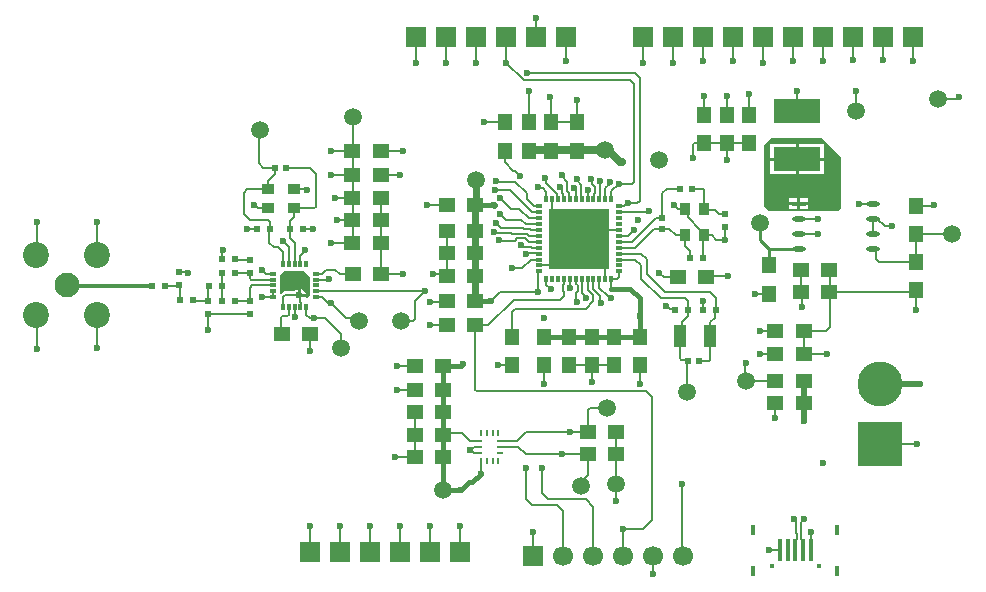
<source format=gtl>
G04*
G04 #@! TF.GenerationSoftware,Altium Limited,Altium Designer,22.11.1 (43)*
G04*
G04 Layer_Physical_Order=1*
G04 Layer_Color=255*
%FSLAX44Y44*%
%MOMM*%
G71*
G04*
G04 #@! TF.SameCoordinates,6325C8D2-15E4-4679-A439-48E371F70F26*
G04*
G04*
G04 #@! TF.FilePolarity,Positive*
G04*
G01*
G75*
%ADD13C,0.2000*%
%ADD14C,0.2500*%
%ADD15C,0.1270*%
%ADD22R,1.4000X1.2500*%
%ADD23R,0.4000X1.8500*%
%ADD24R,0.5500X0.3000*%
%ADD25R,0.5000X0.3000*%
%ADD26R,0.3000X0.5000*%
%ADD27R,0.3000X0.5500*%
%ADD28R,5.2000X5.2000*%
%ADD29R,1.1500X0.4300*%
%ADD30O,1.1500X0.4300*%
%ADD31R,1.2500X1.4000*%
%ADD32R,0.4750X0.2500*%
%ADD33R,0.2500X0.4750*%
%ADD34R,0.9000X1.0000*%
%ADD35R,0.9000X1.0000*%
%ADD36R,1.0000X0.9000*%
%ADD37R,1.0000X0.9000*%
%ADD38R,1.1000X1.9000*%
%ADD39R,4.0000X2.0000*%
%ADD65R,0.5000X0.5000*%
%ADD66R,0.5000X0.5000*%
%ADD79C,1.5000*%
%ADD80R,0.6200X0.5700*%
%ADD81R,0.5700X0.6200*%
%ADD82C,0.3362*%
%ADD83C,0.4000*%
%ADD84C,0.7000*%
%ADD85C,0.6000*%
%ADD86C,0.5000*%
%ADD87C,2.1000*%
%ADD88C,2.2000*%
%ADD89R,1.7000X1.7000*%
%ADD90R,1.8000X1.8000*%
%ADD91C,1.7000*%
%ADD92R,3.8100X3.8100*%
%ADD93C,3.8100*%
%ADD94C,0.4000*%
G04:AMPARAMS|DCode=95|XSize=0.9mm|YSize=0.3mm|CornerRadius=0.075mm|HoleSize=0mm|Usage=FLASHONLY|Rotation=270.000|XOffset=0mm|YOffset=0mm|HoleType=Round|Shape=RoundedRectangle|*
%AMROUNDEDRECTD95*
21,1,0.9000,0.1500,0,0,270.0*
21,1,0.7500,0.3000,0,0,270.0*
1,1,0.1500,-0.0750,-0.3750*
1,1,0.1500,-0.0750,0.3750*
1,1,0.1500,0.0750,0.3750*
1,1,0.1500,0.0750,-0.3750*
%
%ADD95ROUNDEDRECTD95*%
%ADD96C,0.6000*%
G36*
X591820Y521970D02*
Y506730D01*
X589227Y504137D01*
X588150Y504856D01*
X588400Y505460D01*
X582930D01*
Y506730D01*
X581660D01*
Y512200D01*
X579792Y511427D01*
X578408Y510043D01*
X570738D01*
X569567Y509810D01*
X568575Y509147D01*
X567690Y508262D01*
X566420Y508788D01*
Y523240D01*
X570230Y527050D01*
X586740D01*
X591820Y521970D01*
D02*
G37*
G36*
X1041400Y623570D02*
Y580390D01*
X1038860Y577850D01*
X980440D01*
X976630Y581660D01*
Y633730D01*
X982980Y640080D01*
X1024890D01*
X1041400Y623570D01*
D02*
G37*
%LPC*%
G36*
X584200Y512200D02*
Y508000D01*
X588400D01*
X587627Y509868D01*
X586068Y511427D01*
X584200Y512200D01*
D02*
G37*
G36*
X1027110Y634660D02*
X1005840D01*
Y623390D01*
X1027110D01*
Y634660D01*
D02*
G37*
G36*
X1003300D02*
X982030D01*
Y623390D01*
X1003300D01*
Y634660D01*
D02*
G37*
G36*
X1027110Y620850D02*
X1005840D01*
Y609580D01*
X1027110D01*
Y620850D01*
D02*
G37*
G36*
X1003300D02*
X982030D01*
Y609580D01*
X1003300D01*
Y620850D01*
D02*
G37*
G36*
X1014130Y588890D02*
X1007110D01*
Y585470D01*
X1014130D01*
Y588890D01*
D02*
G37*
G36*
X1004570D02*
X997550D01*
Y585470D01*
X1004570D01*
Y588890D01*
D02*
G37*
G36*
X1014130Y582930D02*
X1007110D01*
Y579510D01*
X1014130D01*
Y582930D01*
D02*
G37*
G36*
X1004570D02*
X997550D01*
Y579510D01*
X1004570D01*
Y582930D01*
D02*
G37*
%LPD*%
D13*
X853840Y577450D02*
X878440D01*
X878840Y577850D01*
X745490Y501650D02*
X753110Y509270D01*
X784860D01*
X548640Y618490D02*
Y645160D01*
X549910Y646430D01*
X548640Y618490D02*
X552450Y614680D01*
X562610D01*
X595630Y580390D02*
X596900Y581660D01*
X578260Y580390D02*
X595630D01*
X596900Y581660D02*
Y609600D01*
X591820Y614680D02*
X596900Y609600D01*
X572210Y614680D02*
X591820D01*
X789940Y431800D02*
Y447740D01*
X788670Y339090D02*
Y360680D01*
Y339090D02*
X793750Y334010D01*
X825500D01*
X831850Y327660D01*
X774700Y334010D02*
X779780Y328930D01*
X801370D02*
X806450Y323850D01*
X779780Y328930D02*
X801370D01*
X831850Y285750D02*
Y327660D01*
X857250Y308610D02*
X873760D01*
X881380Y316230D01*
Y420397D01*
X876327Y425450D02*
X881380Y420397D01*
X732090Y426622D02*
Y481330D01*
Y426622D02*
X733262Y425450D01*
X876327D01*
X871220Y431450D02*
Y447740D01*
X751490D02*
X763270D01*
X806450Y285750D02*
Y323850D01*
X774700Y334010D02*
Y360680D01*
X897122Y495530D02*
X899360D01*
X893730Y497840D02*
X894812D01*
X899360Y495530D02*
X900860Y494030D01*
X894812Y497840D02*
X897122Y495530D01*
X909320Y504190D02*
X911860Y501650D01*
X930910Y509270D02*
X935560Y504620D01*
X892810Y509270D02*
X930910D01*
X872490Y520700D02*
X889000Y504190D01*
X877570Y524510D02*
X892810Y509270D01*
X889000Y504190D02*
X909320D01*
X910590Y424180D02*
X911365Y424955D01*
X877570Y524510D02*
Y537210D01*
X907415Y286385D02*
X908050Y285750D01*
X906780Y346710D02*
X907415Y346075D01*
Y286385D02*
Y346075D01*
X792190Y515910D02*
Y520800D01*
Y515910D02*
X796290Y511810D01*
X763270Y529590D02*
X771471D01*
X778932Y537050D02*
X785940D01*
X771471Y529590D02*
X778932Y537050D01*
X1104900Y558800D02*
X1135380D01*
X867410Y694690D02*
X871220Y690880D01*
X775970Y694690D02*
X867410D01*
X863250Y688690D02*
X866140Y685800D01*
X758190Y703580D02*
X773080Y688690D01*
X863250D01*
X866140Y602459D02*
Y685800D01*
X871220Y586740D02*
Y690880D01*
X869293Y584813D02*
X871220Y586740D01*
X861207Y584813D02*
X869293D01*
X864968Y601287D02*
X866140Y602459D01*
X853746Y601287D02*
X864968D01*
X857250Y285750D02*
Y308610D01*
X574040Y490220D02*
Y496900D01*
X579040D02*
X579450Y496490D01*
X572770Y488950D02*
X574040Y490220D01*
X568862Y488950D02*
X572770D01*
X579450Y489175D02*
X579861Y488765D01*
X579450Y489175D02*
Y496490D01*
X567690Y487778D02*
X568862Y488950D01*
X567690Y474410D02*
X568390Y473710D01*
X567690Y474410D02*
Y487778D01*
X574040Y533400D02*
Y547370D01*
X568960Y552450D02*
X574040Y547370D01*
X561340D02*
X565150D01*
X569040Y543480D01*
Y533400D02*
Y543480D01*
X575310Y554990D02*
X579040Y551260D01*
X575310Y554990D02*
Y562190D01*
X579040Y533400D02*
Y551260D01*
X556260Y570230D02*
X557950Y568540D01*
Y562610D02*
Y568540D01*
X541020Y570230D02*
X556260D01*
X535940Y575310D02*
Y593090D01*
Y575310D02*
X541020Y570230D01*
X539240Y596390D02*
X556260D01*
X535940Y593090D02*
X539240Y596390D01*
X556260D02*
Y603250D01*
X562610Y609600D02*
Y614680D01*
X556260Y603250D02*
X562610Y609600D01*
X548260Y580390D02*
X556260D01*
X545720Y582930D02*
X548260Y580390D01*
X544830Y582930D02*
X545720D01*
X557530Y551180D02*
X561340Y547370D01*
X557530Y551180D02*
Y562190D01*
X557950Y562610D01*
X574890Y569810D02*
X578260Y573180D01*
Y580390D01*
X574890Y562610D02*
Y569810D01*
Y562610D02*
X575310Y562190D01*
X628080Y589280D02*
X628080Y589280D01*
X613410Y589280D02*
X628080D01*
X628650Y570230D02*
Y589280D01*
Y608330D01*
X614680Y570230D02*
X628080D01*
X628080Y570230D01*
X628650Y628650D02*
Y657860D01*
Y608330D02*
Y628650D01*
Y551750D02*
Y570230D01*
X584040Y533400D02*
Y540315D01*
X588010Y544285D01*
Y544830D01*
X469475Y514775D02*
X480905D01*
X469050Y514350D02*
X469475Y514775D01*
X480905D02*
X481330Y515200D01*
X481755Y514775D01*
Y503345D02*
X482180Y502920D01*
X481755Y503345D02*
Y514775D01*
X493815Y502285D02*
X504825D01*
X505460Y501650D01*
X493180Y502920D02*
X493815Y502285D01*
X505885Y502075D02*
Y513925D01*
X506310Y514350D01*
X505460Y501650D02*
X505885Y502075D01*
X528740Y537210D02*
X529165Y536785D01*
X540595D02*
X541020Y536360D01*
X529165Y536785D02*
X540595D01*
X528740Y525780D02*
X528950Y525570D01*
X540810D02*
X541020Y525360D01*
X528950Y525570D02*
X540810D01*
X517525Y514565D02*
Y525565D01*
X517310Y514350D02*
X517525Y514565D01*
Y525565D02*
X517740Y525780D01*
X517525Y501865D02*
X517740Y501650D01*
X517525Y501865D02*
Y514135D01*
X517310Y514350D02*
X517525Y514135D01*
X528740Y501650D02*
X541020D01*
Y513080D02*
X543090Y515150D01*
X560790D01*
X541020Y501650D02*
Y513080D01*
X542192Y520150D02*
X560790D01*
X541020Y521322D02*
X542192Y520150D01*
X541020Y521322D02*
Y525360D01*
X555290Y525211D02*
X560729D01*
X552181Y528320D02*
X555290Y525211D01*
X551180Y528320D02*
X552181D01*
X560729Y525211D02*
X560790Y525150D01*
X943610Y553720D02*
Y564730D01*
Y553720D02*
X943610Y553720D01*
X922330Y559330D02*
X924980Y556680D01*
X1032510Y480060D02*
Y509270D01*
Y527620D01*
X916015Y622650D02*
Y634178D01*
X917186Y635350D02*
X925480D01*
X916015Y634178D02*
X917186Y635350D01*
X900430Y582549D02*
Y582930D01*
X903449Y579530D02*
X909830D01*
X900430Y582549D02*
X903449Y579530D01*
X911365Y424955D02*
Y450075D01*
X912140Y450850D01*
X811690Y588800D02*
X812190Y588300D01*
X815832Y596408D02*
X817190Y595050D01*
X803832Y597574D02*
Y598657D01*
Y597574D02*
X805832Y595574D01*
Y593349D02*
Y595574D01*
X837873Y592475D02*
Y603288D01*
X809832Y595005D02*
X811690Y593147D01*
X805180Y607629D02*
X809832Y602977D01*
X815832Y596408D02*
Y597491D01*
X806690Y588800D02*
Y592490D01*
X830878Y601414D02*
X833832Y598460D01*
Y593490D02*
Y598460D01*
X818113Y604111D02*
X821832Y600392D01*
X801690Y588800D02*
X802190Y588300D01*
X830878Y601414D02*
Y604468D01*
X801690Y588800D02*
Y592313D01*
X821832Y588658D02*
Y600392D01*
X837190Y588300D02*
X837690Y588800D01*
X827511Y595654D02*
X827832Y595975D01*
X806690Y588800D02*
X807190Y588300D01*
X817190D02*
Y595050D01*
X832690Y588800D02*
Y592348D01*
X805832Y593349D02*
X806690Y592490D01*
X811690Y588800D02*
Y593147D01*
X827511Y588621D02*
Y595654D01*
X792281Y601722D02*
X801690Y592313D01*
X821832Y588658D02*
X822190Y588300D01*
X837690Y592293D02*
X837873Y592475D01*
X827190Y588300D02*
X827511Y588621D01*
X792281Y601722D02*
Y605535D01*
X832690Y592348D02*
X833832Y593490D01*
X809832Y595005D02*
Y602977D01*
X837690Y588800D02*
Y592293D01*
X818113Y604111D02*
Y605159D01*
X609600Y500380D02*
X622353Y487627D01*
X631243D02*
X633730Y485140D01*
X622353Y487627D02*
X631243D01*
X618490Y462280D02*
Y473710D01*
X604520Y487680D02*
X618490Y473710D01*
X595630Y487680D02*
X604520D01*
X689415Y510345D02*
X689610Y510540D01*
X680720Y501650D02*
X689415Y510345D01*
X669290Y485140D02*
X679450D01*
X680720Y486410D01*
Y501650D01*
X597485Y510345D02*
X689415D01*
X696042Y524510D02*
X706820D01*
X708090Y523240D01*
X597290Y510150D02*
X597485Y510345D01*
X707710Y501270D02*
X708090Y501650D01*
X693420Y501270D02*
X707710D01*
X652650Y524510D02*
X670560D01*
X765970Y603079D02*
X775970Y593079D01*
X750076Y603079D02*
X765970D01*
X764262Y612007D02*
X765517D01*
X749310Y603844D02*
X750076Y603079D01*
X756920Y619350D02*
X764262Y612007D01*
X765517D02*
X769840Y607685D01*
X749172Y595845D02*
X761395D01*
X780190Y577050D01*
X775970Y588575D02*
Y593079D01*
Y588575D02*
X781995Y582550D01*
X756920Y619350D02*
Y629350D01*
X753270Y588975D02*
X762115Y580130D01*
X769126D01*
X777205Y572050D01*
X753270Y575422D02*
X757839Y570853D01*
X770999D01*
X774802Y567050D01*
X591820Y487680D02*
X595630D01*
X589040Y490460D02*
Y496900D01*
Y490460D02*
X591820Y487680D01*
X607060Y500380D02*
X609600D01*
X597290Y505150D02*
X602290D01*
X607060Y500380D01*
X748424Y559880D02*
X762284D01*
X763114Y559050D02*
X775892D01*
X773146Y563050D02*
X778376D01*
X753966Y563880D02*
X772316D01*
X771972Y549050D02*
X773595Y547427D01*
X765473Y552979D02*
X767545Y555050D01*
X770890Y549050D02*
X771972D01*
X774802Y567050D02*
X785940D01*
X773595Y547427D02*
X779313D01*
X767545Y555050D02*
X774235D01*
X762284Y559880D02*
X763114Y559050D01*
X772316Y563880D02*
X773146Y563050D01*
X778376D02*
X779376Y562050D01*
X774235Y555050D02*
X777235Y552050D01*
X775892Y559050D02*
X777892Y557050D01*
X777205Y572050D02*
X785940D01*
X780190Y577050D02*
X785940D01*
X785440Y582550D02*
X785940Y582050D01*
X781995Y582550D02*
X785440D01*
X749455Y568390D02*
X753966Y563880D01*
X747724Y560580D02*
X748424Y559880D01*
X1010030Y316418D02*
Y317500D01*
X785440Y546550D02*
X785940Y547050D01*
X1008030Y314418D02*
X1010030Y316418D01*
X1008500Y291830D02*
X1009500Y290830D01*
X1008030Y306814D02*
Y314418D01*
Y306814D02*
X1008250Y306594D01*
Y300252D02*
X1008500Y300002D01*
Y291830D02*
Y300002D01*
X1008250Y300252D02*
Y306594D01*
X779313Y547427D02*
X780190Y546550D01*
X785440D01*
X1002030Y316418D02*
X1004030Y314418D01*
Y305157D02*
Y314418D01*
Y305157D02*
X1004250Y304937D01*
X1002030Y316418D02*
Y317500D01*
X1004250Y300252D02*
Y304937D01*
X1004000Y300002D02*
X1004250Y300252D01*
X1004000Y291830D02*
Y300002D01*
X1003000Y290830D02*
X1004000Y291830D01*
X777995Y542550D02*
X785440D01*
X777638Y542193D02*
X777995Y542550D01*
X775589Y542193D02*
X777638D01*
X785440Y542550D02*
X785940Y542050D01*
X774824Y541427D02*
X775589Y542193D01*
X707390Y703580D02*
Y725170D01*
X681990Y703580D02*
Y725170D01*
X752581Y552979D02*
X765473D01*
X751840Y553720D02*
X752581Y552979D01*
X779376Y562050D02*
X785940D01*
X777235Y552050D02*
X785940D01*
X777892Y557050D02*
X785940D01*
X785900Y527050D02*
X785940D01*
X785400Y509810D02*
Y526550D01*
X785900Y527050D01*
X784860Y509270D02*
X785400Y509810D01*
X817630Y502131D02*
Y506648D01*
X817015Y507263D02*
Y508920D01*
X817630Y502131D02*
X818395Y501365D01*
X825540Y495365D02*
X831880Y501705D01*
X763270Y492760D02*
X765875Y495365D01*
X817015Y507263D02*
X817630Y506648D01*
X765875Y495365D02*
X825540D01*
X817015Y508920D02*
X818690Y510595D01*
X774700Y391160D02*
X811530D01*
X811963Y390727D01*
X811530Y391160D02*
X827470D01*
X846008Y504190D02*
X847090D01*
X844400Y505798D02*
X846008Y504190D01*
X837190Y512820D02*
X844212Y505798D01*
X844400D01*
X847190Y512189D02*
Y520800D01*
X837973Y500607D02*
Y506380D01*
Y500607D02*
X838200Y500380D01*
X832190Y512163D02*
X837973Y506380D01*
X822690Y508462D02*
Y520300D01*
Y508462D02*
X825880Y505272D01*
Y504190D02*
Y505272D01*
X831880Y501705D02*
Y506720D01*
X827190Y511410D02*
X831880Y506720D01*
X832190Y512163D02*
Y520800D01*
X837190Y512820D02*
Y520800D01*
X668020Y289560D02*
Y311150D01*
X591820Y289560D02*
Y311150D01*
X617220Y289560D02*
Y311150D01*
X642620Y289560D02*
Y311150D01*
X693420Y289560D02*
Y311150D01*
X718820Y289560D02*
Y311150D01*
X785625Y597405D02*
X789435D01*
X784860Y598170D02*
X785625Y597405D01*
X789435D02*
X792190Y594650D01*
Y588300D02*
Y594650D01*
X791516Y606300D02*
X792281Y605535D01*
X805180Y607629D02*
Y608330D01*
X853440Y577050D02*
X853840Y577450D01*
X884910Y572490D02*
X890270D01*
X864470Y552050D02*
X884910Y572490D01*
X861301Y557050D02*
X866092Y561842D01*
Y562158D01*
X853440Y552050D02*
X864470D01*
X853440Y557050D02*
X861301D01*
X858431Y582050D02*
X861194Y584813D01*
X861207D01*
X944880Y621030D02*
Y635700D01*
Y621030D02*
X944880Y621030D01*
X925480Y635350D02*
X925830Y635700D01*
X847140Y594869D02*
X853559Y601287D01*
X853746D01*
X830113Y605233D02*
X830878Y604468D01*
X609600Y628650D02*
X609600Y628650D01*
Y608330D02*
X628080D01*
X609600Y608330D02*
X609600Y608330D01*
X652080D02*
X668020D01*
X1076960Y706120D02*
Y724620D01*
X1102360Y704850D02*
Y723350D01*
X899160Y703580D02*
Y722080D01*
X1026160Y704850D02*
Y723350D01*
X1000760Y704850D02*
Y723350D01*
X1051560Y706120D02*
Y724620D01*
X949960Y704850D02*
Y723350D01*
X975360Y703580D02*
Y722080D01*
X924560Y704850D02*
Y723350D01*
X873760Y703580D02*
Y722080D01*
X808990Y704850D02*
Y725170D01*
X758190Y703580D02*
Y725170D01*
X732790Y703580D02*
Y725170D01*
X1004570Y663120D02*
Y679450D01*
X944880Y659700D02*
Y675640D01*
X963930Y659700D02*
Y676910D01*
X944880Y675640D02*
X944880Y675640D01*
X963930Y676910D02*
X963930Y676910D01*
X832190Y588300D02*
X832690Y588800D01*
X845820Y601288D02*
Y602370D01*
X842190Y597658D02*
X845820Y601288D01*
X842190Y588300D02*
Y597658D01*
X847140Y588350D02*
Y594869D01*
Y588350D02*
X847190Y588300D01*
X853440Y582050D02*
X858431D01*
X887730Y525780D02*
X891540Y521970D01*
X903670D01*
X890270Y562890D02*
X896340D01*
X853440Y547050D02*
X867262D01*
X883102Y562890D01*
X890270D01*
X806690Y510595D02*
X807190Y510095D01*
X806690Y515565D02*
X807190Y516065D01*
Y520800D01*
X817690Y516565D02*
X818690Y515565D01*
X817690Y516565D02*
Y520300D01*
X818690Y510595D02*
Y515565D01*
X803910Y502920D02*
X807190Y506200D01*
Y510095D01*
X806690Y510595D02*
Y515565D01*
X817190Y520800D02*
X817690Y520300D01*
X822190Y520800D02*
X822690Y520300D01*
X812440Y513330D02*
X812690Y513080D01*
X812440Y513330D02*
Y520550D01*
X812190Y520800D02*
X812440Y520550D01*
X764540Y502920D02*
X803910D01*
X742950Y481330D02*
X764540Y502920D01*
X763270Y471740D02*
Y492760D01*
X732090Y481330D02*
X742950D01*
X827190Y511410D02*
Y520800D01*
X805180Y372110D02*
X827470D01*
X774700D02*
X805180D01*
X829310Y411480D02*
X843280D01*
X827470Y409640D02*
X829310Y411480D01*
X827470Y391160D02*
Y409640D01*
X821690Y348729D02*
X827470Y354509D01*
Y372110D01*
X821690Y345440D02*
Y348729D01*
X827470Y372110D02*
X827470Y372110D01*
X768350Y378460D02*
X774700Y372110D01*
X753345Y378460D02*
X768350D01*
X767000Y383460D02*
X774700Y391160D01*
X753345Y383460D02*
X767000D01*
X827470Y391160D02*
X827470Y391160D01*
X853440Y537050D02*
X867570D01*
X872490Y520700D02*
Y532130D01*
X867570Y537050D02*
X872490Y532130D01*
X872730Y542050D02*
X877570Y537210D01*
X853440Y542050D02*
X872730D01*
X911860Y494030D02*
Y501650D01*
X935560Y494030D02*
Y504620D01*
X924560Y494030D02*
Y501650D01*
X927670Y521970D02*
X928940Y523240D01*
X946150D01*
X906777Y473707D02*
Y483768D01*
X905510Y472440D02*
X906777Y473707D01*
Y483768D02*
X911860Y488852D01*
Y494030D01*
X930808Y472738D02*
Y483768D01*
X930510Y472440D02*
X930808Y472738D01*
X934818Y487778D02*
Y493288D01*
X930808Y483768D02*
X934818Y487778D01*
Y493288D02*
X935560Y494030D01*
X930910Y452120D02*
Y472040D01*
X930510Y472440D02*
X930910Y472040D01*
X921740Y450850D02*
X929640D01*
X930910Y452120D01*
X905510Y453292D02*
X906682Y452120D01*
X910870D01*
X905510Y453292D02*
Y472440D01*
X910870Y452120D02*
X912140Y450850D01*
X935990Y553720D02*
X943610D01*
X932180Y557530D02*
X935990Y553720D01*
X925830Y557530D02*
X932180D01*
X922330Y559330D02*
Y562300D01*
X909830Y579530D02*
X911928Y577432D01*
Y572702D02*
X922330Y562300D01*
X911928Y572702D02*
Y577432D01*
X924980Y538480D02*
Y556680D01*
X925830Y557530D01*
Y579530D02*
X926240Y579120D01*
X925830Y579530D02*
Y595630D01*
X915390Y596900D02*
X924560D01*
X925830Y595630D01*
X926240Y579120D02*
X934720D01*
X938110Y575730D01*
X943610D01*
X909830Y548130D02*
Y557530D01*
Y548130D02*
X913980Y543980D01*
Y538480D02*
Y543980D01*
X896340Y562890D02*
X901700Y557530D01*
X909830D01*
X890270Y572490D02*
Y593090D01*
X894080Y596900D02*
X905790D01*
X890270Y593090D02*
X894080Y596900D01*
X693420Y481330D02*
X708090D01*
X708090Y481330D01*
X652080Y525080D02*
X652650Y524510D01*
X985520Y402590D02*
Y414590D01*
X986220Y415290D01*
X1104900Y535240D02*
Y558800D01*
X1104900Y558800D01*
X1071440Y537650D02*
X1073850Y535240D01*
X1104900D01*
X1071440Y537650D02*
Y545037D01*
X1068840Y546100D02*
X1070378D01*
X1071440Y545037D01*
X570738Y506984D02*
X582676D01*
X582930Y506730D01*
X569040Y505286D02*
X570738Y506984D01*
X569040Y496900D02*
Y505286D01*
X582930Y506730D02*
X583695Y505965D01*
X584200Y497060D02*
Y500380D01*
X584040Y496900D02*
X584200Y497060D01*
X583695Y500885D02*
Y505965D01*
Y500885D02*
X584200Y500380D01*
X360630Y461060D02*
X360680Y461010D01*
X360630Y461060D02*
Y490070D01*
X411480Y462280D02*
X411530Y462330D01*
Y490070D02*
X411580Y490120D01*
X591820Y459740D02*
Y473140D01*
X411530Y462330D02*
Y490070D01*
X591820Y473140D02*
X592390Y473710D01*
X505460Y477520D02*
Y490650D01*
X360580Y490120D02*
X360630Y490070D01*
X505460Y490650D02*
X541020D01*
X664210Y369570D02*
X680720D01*
Y388620D01*
Y407670D01*
X708090Y523240D02*
Y542290D01*
X481330Y526200D02*
X488530D01*
X360580Y541120D02*
X360630Y541170D01*
X411530Y541170D02*
X411580Y541120D01*
X488530Y526200D02*
X488950Y525780D01*
X517740Y537210D02*
Y544410D01*
X518160Y544830D01*
X538480Y562610D02*
X546950D01*
X360630Y541170D02*
Y568910D01*
X538480Y562610D02*
X538480Y562610D01*
X411530Y541170D02*
Y568910D01*
X360630Y568910D02*
X360680Y568960D01*
X411480D02*
X411530Y568910D01*
X652080Y551180D02*
Y570230D01*
Y525080D02*
Y551180D01*
X585890Y562610D02*
X594360D01*
X594360Y562610D01*
X708090Y542290D02*
Y561340D01*
X652080Y570230D02*
Y589280D01*
X588520Y596390D02*
X589280Y595630D01*
X578260Y596390D02*
X588520D01*
X777240Y653350D02*
X777240Y653350D01*
X830580Y433070D02*
Y447740D01*
X849630D01*
X811530D02*
X830580D01*
X882650Y270510D02*
Y285750D01*
X830580Y433070D02*
X830580Y433070D01*
X842190Y520800D02*
Y531950D01*
X842010Y520620D02*
X842190Y520800D01*
X980440Y290830D02*
X990000D01*
X1010220Y457200D02*
Y476250D01*
X1074420Y381000D02*
X1106170D01*
X1010220Y457200D02*
X1029970D01*
X1010220Y476250D02*
X1028700D01*
X1029970Y457200D02*
X1029970Y457200D01*
X1028700Y476250D02*
X1032510Y480060D01*
X1031810Y509270D02*
X1032510D01*
X1031810Y528320D02*
X1032510Y527620D01*
X1104900Y494030D02*
X1104900Y494030D01*
X1032510Y509270D02*
X1102930D01*
X1104900Y511240D01*
Y494030D02*
Y511240D01*
X840740Y533400D02*
X842190Y531950D01*
X785940Y532050D02*
X796210D01*
X797560Y533400D01*
X842570Y562050D02*
X853440D01*
X842010Y562610D02*
X842570Y562050D01*
X797190Y578220D02*
Y588300D01*
X777240Y653350D02*
Y679450D01*
X783590Y725170D02*
Y741680D01*
X797190Y588300D02*
X797560Y588670D01*
X797190Y578220D02*
X798830Y576580D01*
X1005840Y571500D02*
X1022350D01*
X1068840Y558800D02*
Y571500D01*
X1072440D01*
X1078790Y565150D02*
X1084580D01*
X1072440Y571500D02*
X1078790Y565150D01*
X925830Y635700D02*
X944880D01*
X963930D01*
X1123950Y673100D02*
X1140460D01*
X1141730Y674370D01*
X583540Y497400D02*
X584040Y496900D01*
X551434Y505460D02*
X551589Y505305D01*
X560635D01*
X560790Y505150D01*
Y510150D01*
X597290Y520150D02*
X607780D01*
X608330Y520700D01*
X609600Y551180D02*
X628080D01*
X609600Y551180D02*
X609600Y551180D01*
Y628650D02*
X628080D01*
Y551180D02*
X628650Y551750D01*
X665480Y426720D02*
X680720D01*
X665480Y447040D02*
X680720D01*
X652080Y628650D02*
X670560D01*
X670560Y628650D01*
X690880Y582930D02*
X708090D01*
X690880Y582930D02*
X690880Y582930D01*
X739840Y653350D02*
X756920D01*
X796290D02*
Y671830D01*
X796290Y671830D02*
X796290Y671830D01*
X817880Y671830D02*
X817880Y671830D01*
Y653350D02*
Y671830D01*
X925830Y659700D02*
Y675640D01*
X925830Y675640D01*
X1054100Y662940D02*
Y679450D01*
X1120010Y582800D02*
X1120140Y582930D01*
X1104900Y582800D02*
X1120010D01*
X850900Y332740D02*
Y346710D01*
X781050Y285750D02*
Y306070D01*
X850900Y371540D02*
X851470Y372110D01*
X850900Y346710D02*
Y371540D01*
X851470Y372110D02*
Y391160D01*
X847290Y520700D02*
X852268D01*
X853440Y521872D01*
Y527050D01*
X847190Y520800D02*
X847290Y520700D01*
X796290Y653350D02*
X817880D01*
X1007810Y509270D02*
Y528210D01*
X1008380Y496570D02*
Y508700D01*
X1007810Y509270D02*
X1008380Y508700D01*
X969110Y507900D02*
X980210D01*
X972920Y457100D02*
X986120D01*
X980210Y507900D02*
X980440Y508130D01*
X961490Y434240D02*
X986120D01*
X960820Y449010D02*
X961390Y449580D01*
X960820Y434910D02*
Y449010D01*
Y434910D02*
X961390Y434340D01*
X1005940Y558700D02*
X1022250D01*
X1056740Y584100D02*
X1068740D01*
X972920Y476150D02*
X986120D01*
X1016000Y290830D02*
Y306070D01*
D14*
X980440Y532130D02*
Y544830D01*
Y546100D01*
X972820Y553720D02*
X980440Y546100D01*
X972820Y553720D02*
Y567690D01*
X981710Y546100D02*
X1005840D01*
X980440Y544830D02*
X981710Y546100D01*
D15*
X617220Y524510D02*
X628650D01*
X613410Y528320D02*
X617220Y524510D01*
X602620Y525150D02*
X605790Y528320D01*
X613410D01*
X597290Y525150D02*
X602620D01*
X728275Y375920D02*
X730815Y373380D01*
X735015D01*
X727710Y375920D02*
X728275D01*
X730815Y378460D01*
X735095D01*
X705990Y389890D02*
X720955D01*
X736660Y355660D02*
Y366775D01*
X720955Y389890D02*
X727385Y383460D01*
X735095D01*
D22*
X652080Y551180D02*
D03*
X628080D02*
D03*
X652080Y570230D02*
D03*
X628080D02*
D03*
X652080Y589280D02*
D03*
X628080D02*
D03*
Y608330D02*
D03*
X652080D02*
D03*
X628080Y628650D02*
D03*
X652080D02*
D03*
X708090Y582930D02*
D03*
X732090D02*
D03*
X827470Y391160D02*
D03*
X851470D02*
D03*
X827470Y372110D02*
D03*
X851470D02*
D03*
X680720Y447040D02*
D03*
X704720D02*
D03*
X568390Y473710D02*
D03*
X592390D02*
D03*
X1010220Y434340D02*
D03*
X986220D02*
D03*
X708090Y501650D02*
D03*
X732090D02*
D03*
X680720Y426720D02*
D03*
X704720D02*
D03*
X1010220Y415290D02*
D03*
X986220D02*
D03*
Y457200D02*
D03*
X1010220D02*
D03*
X986220Y476250D02*
D03*
X1010220D02*
D03*
X1007810Y509270D02*
D03*
X1031810D02*
D03*
Y528320D02*
D03*
X1007810D02*
D03*
X903670Y521970D02*
D03*
X927670D02*
D03*
X732090Y523240D02*
D03*
X708090D02*
D03*
X732090Y542290D02*
D03*
X708090D02*
D03*
X732090Y561340D02*
D03*
X708090D02*
D03*
Y481330D02*
D03*
X732090D02*
D03*
X704720Y407670D02*
D03*
X680720D02*
D03*
X704720Y388620D02*
D03*
X680720D02*
D03*
X704720Y369570D02*
D03*
X680720D02*
D03*
X628650Y524510D02*
D03*
X652650D02*
D03*
D23*
X1003000Y290830D02*
D03*
X1009500D02*
D03*
X990000D02*
D03*
X996500D02*
D03*
X1016000D02*
D03*
D24*
X785940Y542050D02*
D03*
Y547050D02*
D03*
X853440Y567050D02*
D03*
Y527050D02*
D03*
Y532050D02*
D03*
Y537050D02*
D03*
Y542050D02*
D03*
Y547050D02*
D03*
Y552050D02*
D03*
Y562050D02*
D03*
Y572050D02*
D03*
Y577050D02*
D03*
Y582050D02*
D03*
X785940D02*
D03*
Y577050D02*
D03*
Y572050D02*
D03*
Y567050D02*
D03*
Y562050D02*
D03*
Y557050D02*
D03*
Y552050D02*
D03*
Y537050D02*
D03*
Y532050D02*
D03*
Y527050D02*
D03*
X853440Y557050D02*
D03*
D25*
X597290Y505150D02*
D03*
Y510150D02*
D03*
Y515150D02*
D03*
Y520150D02*
D03*
Y525150D02*
D03*
X560790D02*
D03*
Y520150D02*
D03*
Y515150D02*
D03*
Y510150D02*
D03*
Y505150D02*
D03*
D26*
X589040Y533400D02*
D03*
X584040D02*
D03*
X579040D02*
D03*
X574040D02*
D03*
X569040D02*
D03*
Y496900D02*
D03*
X574040D02*
D03*
X579040D02*
D03*
X584040D02*
D03*
X589040D02*
D03*
D27*
X847190Y588300D02*
D03*
X842190D02*
D03*
X837190D02*
D03*
X832190D02*
D03*
X827190D02*
D03*
X822190D02*
D03*
X817190D02*
D03*
X812190D02*
D03*
X807190D02*
D03*
X802190D02*
D03*
X797190D02*
D03*
X792190D02*
D03*
Y520800D02*
D03*
X797190D02*
D03*
X802190D02*
D03*
X807190D02*
D03*
X812190D02*
D03*
X817190D02*
D03*
X822190D02*
D03*
X827190D02*
D03*
X832190D02*
D03*
X837190D02*
D03*
X842190D02*
D03*
X847190D02*
D03*
D28*
X819658Y554482D02*
D03*
D29*
X1005840Y584200D02*
D03*
D30*
Y571500D02*
D03*
Y558800D02*
D03*
Y546100D02*
D03*
X1068840Y584200D02*
D03*
Y571500D02*
D03*
Y558800D02*
D03*
Y546100D02*
D03*
D31*
X1104900Y558800D02*
D03*
Y582800D02*
D03*
X963930Y635700D02*
D03*
Y659700D02*
D03*
X980440Y508130D02*
D03*
Y532130D02*
D03*
X1104900Y511240D02*
D03*
Y535240D02*
D03*
X789940Y447740D02*
D03*
Y471740D02*
D03*
X817880Y653350D02*
D03*
Y629350D02*
D03*
X763270Y447740D02*
D03*
Y471740D02*
D03*
X871220Y447740D02*
D03*
Y471740D02*
D03*
X796290Y653350D02*
D03*
Y629350D02*
D03*
X811530Y471740D02*
D03*
Y447740D02*
D03*
X830580Y471740D02*
D03*
Y447740D02*
D03*
X849630Y471740D02*
D03*
Y447740D02*
D03*
X756920Y653350D02*
D03*
Y629350D02*
D03*
X777240D02*
D03*
Y653350D02*
D03*
X925830Y635700D02*
D03*
Y659700D02*
D03*
X944880Y635700D02*
D03*
Y659700D02*
D03*
D32*
X735095Y383460D02*
D03*
Y378460D02*
D03*
Y373460D02*
D03*
X753345D02*
D03*
Y378460D02*
D03*
Y383460D02*
D03*
D33*
X736720Y366835D02*
D03*
X741720D02*
D03*
X746720D02*
D03*
X751720D02*
D03*
Y390085D02*
D03*
X746720D02*
D03*
X741720D02*
D03*
X736720D02*
D03*
D34*
X925830Y557530D02*
D03*
X909830Y579530D02*
D03*
X925830D02*
D03*
D35*
X909830Y557530D02*
D03*
D36*
X556260Y580390D02*
D03*
X578260Y596390D02*
D03*
Y580390D02*
D03*
D37*
X556260Y596390D02*
D03*
D38*
X930510Y472440D02*
D03*
X905510D02*
D03*
D39*
X1004570Y622120D02*
D03*
Y663120D02*
D03*
D65*
X517740Y501650D02*
D03*
X528740D02*
D03*
X506310Y514350D02*
D03*
X517310D02*
D03*
X482180Y502920D02*
D03*
X493180D02*
D03*
X900860Y494030D02*
D03*
X911860D02*
D03*
X924560D02*
D03*
X935560D02*
D03*
X924980Y538480D02*
D03*
X913980D02*
D03*
X469050Y514350D02*
D03*
X458050D02*
D03*
X528740Y525780D02*
D03*
X517740D02*
D03*
Y537210D02*
D03*
X528740D02*
D03*
X546950Y562610D02*
D03*
X557950D02*
D03*
X585890Y562610D02*
D03*
X574890D02*
D03*
D66*
X541020Y525360D02*
D03*
Y536360D02*
D03*
X943610Y564730D02*
D03*
Y575730D02*
D03*
X541020Y501650D02*
D03*
Y490650D02*
D03*
X505460Y501650D02*
D03*
Y490650D02*
D03*
X481330Y526200D02*
D03*
Y515200D02*
D03*
D79*
X1054100Y662940D02*
D03*
X1135380Y558800D02*
D03*
X961390Y434340D02*
D03*
X972820Y567690D02*
D03*
X1123950Y673100D02*
D03*
X850900Y346710D02*
D03*
X732790Y604520D02*
D03*
X669290Y485140D02*
D03*
X618490Y462280D02*
D03*
X633730Y485140D02*
D03*
X842010Y629920D02*
D03*
X843280Y411480D02*
D03*
X821690Y345440D02*
D03*
X887730Y621030D02*
D03*
X911365Y424955D02*
D03*
X704850Y341630D02*
D03*
X628650Y657860D02*
D03*
X549910Y646430D02*
D03*
D80*
X890270Y572490D02*
D03*
Y562890D02*
D03*
D81*
X921740Y450850D02*
D03*
X912140D02*
D03*
X905790Y596900D02*
D03*
X915390D02*
D03*
X572210Y614680D02*
D03*
X562610D02*
D03*
D82*
X387350Y514350D02*
X458050D01*
X386080Y515620D02*
X387350Y514350D01*
D83*
X720090Y341630D02*
X726755Y348295D01*
X729295D02*
X736600Y355600D01*
X726755Y348295D02*
X729295D01*
X704720Y426720D02*
Y447040D01*
Y407670D02*
Y426720D01*
Y388620D02*
Y407670D01*
Y369570D02*
Y388620D01*
X871220Y488950D02*
Y504190D01*
X847190Y512189D02*
X863221D01*
X871220Y504190D01*
X732090Y501650D02*
X745490D01*
X704850Y341630D02*
X720090D01*
X704720Y388620D02*
X705990Y389890D01*
X736600Y355600D02*
X736660Y355660D01*
X704720Y369570D02*
X704850Y369440D01*
Y341630D02*
Y369440D01*
X704720Y447040D02*
X720090D01*
X721360Y448310D01*
X732790Y582930D02*
X748030D01*
X871220Y471740D02*
Y488950D01*
X849630Y471740D02*
X871220D01*
X830580D02*
X849630D01*
X811530D02*
X830580D01*
X789940D02*
X811530D01*
D84*
X854335Y619760D02*
X855980D01*
X844175Y629920D02*
X854335Y619760D01*
X777810Y629920D02*
X844175D01*
X777240Y629350D02*
X777810Y629920D01*
D85*
X732790Y582930D02*
Y604520D01*
X732090Y561340D02*
Y582930D01*
Y542290D02*
Y561340D01*
Y523240D02*
Y542290D01*
Y501650D02*
Y523240D01*
Y501650D02*
X732090Y501650D01*
X732090Y582930D02*
X732790D01*
X748030D02*
X748030Y582930D01*
D86*
X1074420Y431800D02*
X1108710D01*
X1010220Y415290D02*
Y434340D01*
Y400477D02*
Y415290D01*
D87*
X386080Y515620D02*
D03*
D88*
X360580Y490120D02*
D03*
Y541120D02*
D03*
X411580Y490120D02*
D03*
Y541120D02*
D03*
D89*
X808990Y725170D02*
D03*
X783590D02*
D03*
X758190D02*
D03*
X732790D02*
D03*
X707390D02*
D03*
X681990D02*
D03*
X781050Y285750D02*
D03*
D90*
X718820Y289560D02*
D03*
X693420D02*
D03*
X668020D02*
D03*
X642620D02*
D03*
X617220D02*
D03*
X591820D02*
D03*
X1102360Y725170D02*
D03*
X1076960D02*
D03*
X1051560D02*
D03*
X1026160D02*
D03*
X1000760D02*
D03*
X975360D02*
D03*
X949960D02*
D03*
X924560D02*
D03*
X899160D02*
D03*
X873760D02*
D03*
D91*
X882650Y285750D02*
D03*
X857250D02*
D03*
X831850D02*
D03*
X806450D02*
D03*
X908050D02*
D03*
D92*
X1074420Y381000D02*
D03*
D93*
Y431800D02*
D03*
D94*
X983000Y277830D02*
D03*
X1023000D02*
D03*
D95*
X967250Y308080D02*
D03*
Y273580D02*
D03*
X1038750D02*
D03*
Y308080D02*
D03*
D96*
X878840Y577850D02*
D03*
X789940Y431800D02*
D03*
Y487680D02*
D03*
X871220Y431450D02*
D03*
X788670Y360680D02*
D03*
X751490Y447740D02*
D03*
X774700Y360680D02*
D03*
X893730Y497840D02*
D03*
X906780Y346710D02*
D03*
X796290Y511810D02*
D03*
X763270Y529590D02*
D03*
X775970Y694690D02*
D03*
X855980Y619760D02*
D03*
X857250Y308610D02*
D03*
X579861Y488765D02*
D03*
X568960Y552450D02*
D03*
X544830Y582930D02*
D03*
X613410Y589280D02*
D03*
X614680Y570230D02*
D03*
X551180Y528320D02*
D03*
X900430Y582930D02*
D03*
X815832Y597491D02*
D03*
X803832Y598657D02*
D03*
X818113Y605159D02*
D03*
X827832Y595975D02*
D03*
X589280Y595630D02*
D03*
X518160Y544830D02*
D03*
X538480Y562610D02*
D03*
X594360Y562610D02*
D03*
X689610Y510540D02*
D03*
X696042Y524510D02*
D03*
X693420Y501270D02*
D03*
X670560Y524510D02*
D03*
X749310Y603844D02*
D03*
X769840Y607685D02*
D03*
X749172Y595845D02*
D03*
X753270Y588975D02*
D03*
X753270Y575422D02*
D03*
X595630Y487680D02*
D03*
X609600Y500380D02*
D03*
X588010Y544830D02*
D03*
X770890Y549050D02*
D03*
X1010030Y317500D02*
D03*
X1002030D02*
D03*
X774824Y541427D02*
D03*
X681990Y703580D02*
D03*
X707390D02*
D03*
X747724Y560580D02*
D03*
X749455Y568390D02*
D03*
X751840Y553720D02*
D03*
X745490Y501650D02*
D03*
X784860Y509270D02*
D03*
X818395Y501365D02*
D03*
X811963Y390727D02*
D03*
X720090Y341630D02*
D03*
X847090Y504190D02*
D03*
X838200Y500380D02*
D03*
X825880Y504190D02*
D03*
X668020Y311150D02*
D03*
X591820D02*
D03*
X617220D02*
D03*
X642620D02*
D03*
X693420D02*
D03*
X718820D02*
D03*
X784860Y598170D02*
D03*
X791516Y606300D02*
D03*
X805180Y608330D02*
D03*
X869950Y570230D02*
D03*
X866092Y562158D02*
D03*
X916015Y622650D02*
D03*
X861207Y584813D02*
D03*
X944880Y621030D02*
D03*
X853746Y601287D02*
D03*
X830113Y605233D02*
D03*
X668020Y608330D02*
D03*
X609600Y608330D02*
D03*
X1076960Y706120D02*
D03*
X873760Y703580D02*
D03*
X899160D02*
D03*
X924560Y704850D02*
D03*
X949960D02*
D03*
X975360Y703580D02*
D03*
X1000760Y704850D02*
D03*
X1026160D02*
D03*
X1051560Y706120D02*
D03*
X1102360Y704850D02*
D03*
X808990D02*
D03*
X732790Y703580D02*
D03*
X758190D02*
D03*
X1004570Y679450D02*
D03*
X944880Y675640D02*
D03*
X963930Y676910D02*
D03*
X837873Y603288D02*
D03*
X845820Y602370D02*
D03*
X887730Y525780D02*
D03*
X812690Y513080D02*
D03*
X805180Y372110D02*
D03*
X924560Y501650D02*
D03*
X943610Y553720D02*
D03*
X693420Y481330D02*
D03*
X985520Y402590D02*
D03*
X360680Y461010D02*
D03*
X411480Y462280D02*
D03*
X664210Y369570D02*
D03*
X591820Y459740D02*
D03*
X505460Y477520D02*
D03*
X582930Y506730D02*
D03*
X727710Y375920D02*
D03*
X488950Y525780D02*
D03*
X360680Y568960D02*
D03*
X411480D02*
D03*
X777240Y679450D02*
D03*
X830580Y433070D02*
D03*
X882650Y270510D02*
D03*
X980440Y290830D02*
D03*
X946150Y523240D02*
D03*
X1106170Y381000D02*
D03*
X1029970Y457200D02*
D03*
X1104900Y494030D02*
D03*
X797560Y533400D02*
D03*
X840740D02*
D03*
X842010Y562610D02*
D03*
X798830Y576580D02*
D03*
X783590Y741680D02*
D03*
X1022350Y571500D02*
D03*
X1084580Y565150D02*
D03*
X1141730Y674370D02*
D03*
X551434Y505460D02*
D03*
X608330Y520700D02*
D03*
X609600Y551180D02*
D03*
X609600Y628650D02*
D03*
X1120140Y582930D02*
D03*
X781050Y306070D02*
D03*
X665480Y426720D02*
D03*
Y447040D02*
D03*
X670560Y628650D02*
D03*
X690880Y582930D02*
D03*
X739840Y653350D02*
D03*
X795020Y674370D02*
D03*
X817880Y671830D02*
D03*
X925830Y675640D02*
D03*
X1054100Y679450D02*
D03*
X736600Y355600D02*
D03*
X721360Y448310D02*
D03*
X748030Y582930D02*
D03*
X850900Y332740D02*
D03*
X871220Y488950D02*
D03*
X1022350Y558800D02*
D03*
X1056640Y584200D02*
D03*
X1008380Y496570D02*
D03*
X961390Y449580D02*
D03*
X972820Y457200D02*
D03*
Y476250D02*
D03*
X969010Y508000D02*
D03*
X1026160Y364490D02*
D03*
X1016000Y306070D02*
D03*
X1010220Y400477D02*
D03*
X1108710Y431800D02*
D03*
M02*

</source>
